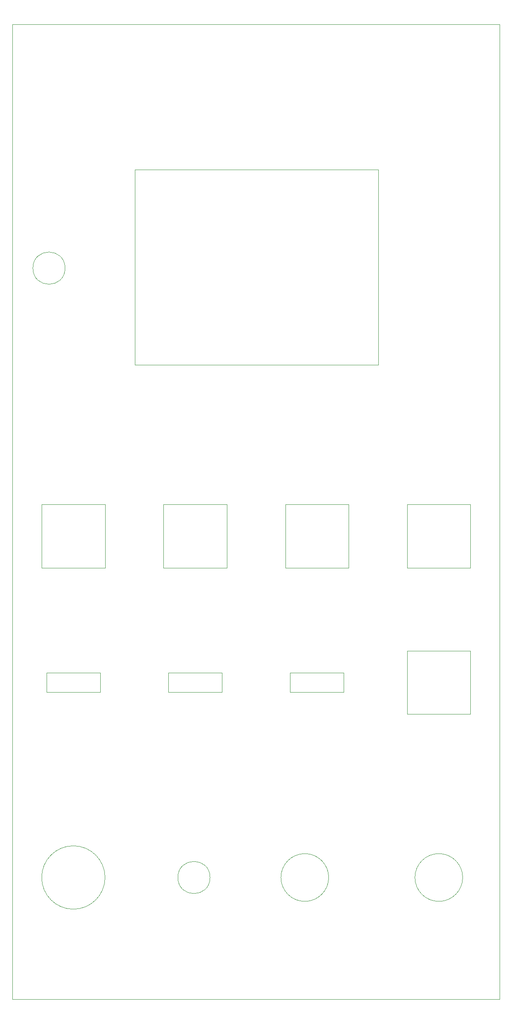
<source format=gm1>
%TF.GenerationSoftware,KiCad,Pcbnew,7.0.0-da2b9df05c~163~ubuntu22.04.1*%
%TF.CreationDate,2023-02-19T09:56:45-05:00*%
%TF.ProjectId,dso138_panel,64736f31-3338-45f7-9061-6e656c2e6b69,rev?*%
%TF.SameCoordinates,Original*%
%TF.FileFunction,Profile,NP*%
%FSLAX46Y46*%
G04 Gerber Fmt 4.6, Leading zero omitted, Abs format (unit mm)*
G04 Created by KiCad (PCBNEW 7.0.0-da2b9df05c~163~ubuntu22.04.1) date 2023-02-19 09:56:45*
%MOMM*%
%LPD*%
G01*
G04 APERTURE LIST*
%TA.AperFunction,Profile*%
%ADD10C,0.100000*%
%TD*%
%TA.AperFunction,Profile*%
%ADD11C,0.050000*%
%TD*%
G04 APERTURE END LIST*
D10*
X75100000Y-29800000D02*
X125100000Y-29800000D01*
X125100000Y-29800000D02*
X125100000Y-69800000D01*
X125100000Y-69800000D02*
X75100000Y-69800000D01*
X75100000Y-69800000D02*
X75100000Y-29800000D01*
X50000000Y0D02*
X150000000Y0D01*
X150000000Y0D02*
X150000000Y-200000000D01*
X150000000Y-200000000D02*
X50000000Y-200000000D01*
X50000000Y-200000000D02*
X50000000Y0D01*
%TO.C,H1*%
X56000000Y-98500000D02*
X69000000Y-98500000D01*
X69000000Y-98500000D02*
X69000000Y-111500000D01*
X69000000Y-111500000D02*
X56000000Y-111500000D01*
X56000000Y-111500000D02*
X56000000Y-98500000D01*
%TO.C,H16*%
X131000000Y-128500000D02*
X144000000Y-128500000D01*
X144000000Y-128500000D02*
X144000000Y-141500000D01*
X144000000Y-141500000D02*
X131000000Y-141500000D01*
X131000000Y-141500000D02*
X131000000Y-128500000D01*
%TO.C,H15*%
X131000000Y-98500000D02*
X144000000Y-98500000D01*
X144000000Y-98500000D02*
X144000000Y-111500000D01*
X144000000Y-111500000D02*
X131000000Y-111500000D01*
X131000000Y-111500000D02*
X131000000Y-98500000D01*
D11*
%TO.C,H2*%
X57000000Y-133000000D02*
X68000000Y-133000000D01*
X68000000Y-133000000D02*
X68000000Y-137000000D01*
X68000000Y-137000000D02*
X57000000Y-137000000D01*
X57000000Y-137000000D02*
X57000000Y-133000000D01*
%TO.C,H4*%
X69000000Y-175000000D02*
G75*
G03*
X69000000Y-175000000I-6500000J0D01*
G01*
%TO.C,H9*%
X114900000Y-175000000D02*
G75*
G03*
X114900000Y-175000000I-4900000J0D01*
G01*
D10*
%TO.C,H11*%
X106000000Y-98500000D02*
X119000000Y-98500000D01*
X119000000Y-98500000D02*
X119000000Y-111500000D01*
X119000000Y-111500000D02*
X106000000Y-111500000D01*
X106000000Y-111500000D02*
X106000000Y-98500000D01*
D11*
%TO.C,H5*%
X90550000Y-175000000D02*
G75*
G03*
X90550000Y-175000000I-3300000J0D01*
G01*
%TO.C,H14*%
X142400000Y-175000000D02*
G75*
G03*
X142400000Y-175000000I-4900000J0D01*
G01*
D10*
%TO.C,H6*%
X81000000Y-98500000D02*
X94000000Y-98500000D01*
X94000000Y-98500000D02*
X94000000Y-111500000D01*
X94000000Y-111500000D02*
X81000000Y-111500000D01*
X81000000Y-111500000D02*
X81000000Y-98500000D01*
D11*
%TO.C,H7*%
X82000000Y-133000000D02*
X93000000Y-133000000D01*
X93000000Y-133000000D02*
X93000000Y-137000000D01*
X93000000Y-137000000D02*
X82000000Y-137000000D01*
X82000000Y-137000000D02*
X82000000Y-133000000D01*
%TO.C,H12*%
X107000000Y-133000000D02*
X118000000Y-133000000D01*
X118000000Y-133000000D02*
X118000000Y-137000000D01*
X118000000Y-137000000D02*
X107000000Y-137000000D01*
X107000000Y-137000000D02*
X107000000Y-133000000D01*
%TO.C,H10*%
X60800000Y-50000000D02*
G75*
G03*
X60800000Y-50000000I-3300000J0D01*
G01*
%TD*%
M02*

</source>
